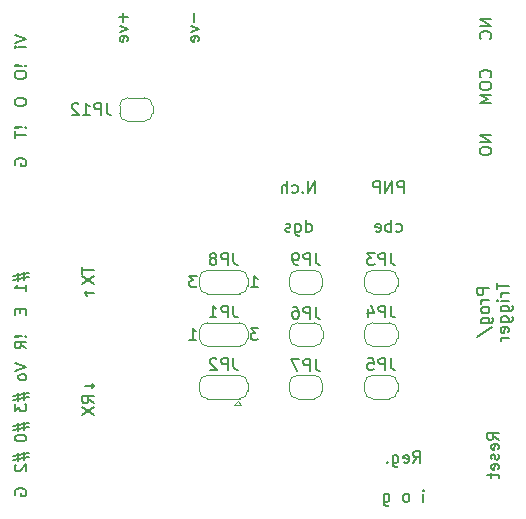
<source format=gbo>
G04 #@! TF.GenerationSoftware,KiCad,Pcbnew,(5.1.6-0-10_14)*
G04 #@! TF.CreationDate,2021-04-16T00:02:23+01:00*
G04 #@! TF.ProjectId,WiFive55,57694669-7665-4353-952e-6b696361645f,0.12*
G04 #@! TF.SameCoordinates,Original*
G04 #@! TF.FileFunction,Legend,Bot*
G04 #@! TF.FilePolarity,Positive*
%FSLAX46Y46*%
G04 Gerber Fmt 4.6, Leading zero omitted, Abs format (unit mm)*
G04 Created by KiCad (PCBNEW (5.1.6-0-10_14)) date 2021-04-16 00:02:23*
%MOMM*%
%LPD*%
G01*
G04 APERTURE LIST*
%ADD10C,0.150000*%
%ADD11C,0.120000*%
G04 APERTURE END LIST*
D10*
X134794523Y-91512380D02*
X135127857Y-91036190D01*
X135365952Y-91512380D02*
X135365952Y-90512380D01*
X134985000Y-90512380D01*
X134889761Y-90560000D01*
X134842142Y-90607619D01*
X134794523Y-90702857D01*
X134794523Y-90845714D01*
X134842142Y-90940952D01*
X134889761Y-90988571D01*
X134985000Y-91036190D01*
X135365952Y-91036190D01*
X133985000Y-91464761D02*
X134080238Y-91512380D01*
X134270714Y-91512380D01*
X134365952Y-91464761D01*
X134413571Y-91369523D01*
X134413571Y-90988571D01*
X134365952Y-90893333D01*
X134270714Y-90845714D01*
X134080238Y-90845714D01*
X133985000Y-90893333D01*
X133937380Y-90988571D01*
X133937380Y-91083809D01*
X134413571Y-91179047D01*
X133080238Y-90845714D02*
X133080238Y-91655238D01*
X133127857Y-91750476D01*
X133175476Y-91798095D01*
X133270714Y-91845714D01*
X133413571Y-91845714D01*
X133508809Y-91798095D01*
X133080238Y-91464761D02*
X133175476Y-91512380D01*
X133365952Y-91512380D01*
X133461190Y-91464761D01*
X133508809Y-91417142D01*
X133556428Y-91321904D01*
X133556428Y-91036190D01*
X133508809Y-90940952D01*
X133461190Y-90893333D01*
X133365952Y-90845714D01*
X133175476Y-90845714D01*
X133080238Y-90893333D01*
X132604047Y-91417142D02*
X132556428Y-91464761D01*
X132604047Y-91512380D01*
X132651666Y-91464761D01*
X132604047Y-91417142D01*
X132604047Y-91512380D01*
X135651666Y-94812380D02*
X135651666Y-94145714D01*
X135651666Y-93812380D02*
X135699285Y-93860000D01*
X135651666Y-93907619D01*
X135604047Y-93860000D01*
X135651666Y-93812380D01*
X135651666Y-93907619D01*
X134270714Y-94812380D02*
X134365952Y-94764761D01*
X134413571Y-94717142D01*
X134461190Y-94621904D01*
X134461190Y-94336190D01*
X134413571Y-94240952D01*
X134365952Y-94193333D01*
X134270714Y-94145714D01*
X134127857Y-94145714D01*
X134032619Y-94193333D01*
X133985000Y-94240952D01*
X133937380Y-94336190D01*
X133937380Y-94621904D01*
X133985000Y-94717142D01*
X134032619Y-94764761D01*
X134127857Y-94812380D01*
X134270714Y-94812380D01*
X132318333Y-94145714D02*
X132318333Y-94955238D01*
X132365952Y-95050476D01*
X132413571Y-95098095D01*
X132508809Y-95145714D01*
X132651666Y-95145714D01*
X132746904Y-95098095D01*
X132318333Y-94764761D02*
X132413571Y-94812380D01*
X132604047Y-94812380D01*
X132699285Y-94764761D01*
X132746904Y-94717142D01*
X132794523Y-94621904D01*
X132794523Y-94336190D01*
X132746904Y-94240952D01*
X132699285Y-94193333D01*
X132604047Y-94145714D01*
X132413571Y-94145714D01*
X132318333Y-94193333D01*
X116276428Y-53419523D02*
X116276428Y-54181428D01*
X115990714Y-54562380D02*
X116657380Y-54800476D01*
X115990714Y-55038571D01*
X116609761Y-55800476D02*
X116657380Y-55705238D01*
X116657380Y-55514761D01*
X116609761Y-55419523D01*
X116514523Y-55371904D01*
X116133571Y-55371904D01*
X116038333Y-55419523D01*
X115990714Y-55514761D01*
X115990714Y-55705238D01*
X116038333Y-55800476D01*
X116133571Y-55848095D01*
X116228809Y-55848095D01*
X116324047Y-55371904D01*
X110261428Y-53419523D02*
X110261428Y-54181428D01*
X110642380Y-53800476D02*
X109880476Y-53800476D01*
X109975714Y-54562380D02*
X110642380Y-54800476D01*
X109975714Y-55038571D01*
X110594761Y-55800476D02*
X110642380Y-55705238D01*
X110642380Y-55514761D01*
X110594761Y-55419523D01*
X110499523Y-55371904D01*
X110118571Y-55371904D01*
X110023333Y-55419523D01*
X109975714Y-55514761D01*
X109975714Y-55705238D01*
X110023333Y-55800476D01*
X110118571Y-55848095D01*
X110213809Y-55848095D01*
X110309047Y-55371904D01*
X126499761Y-68652380D02*
X126499761Y-67652380D01*
X125928333Y-68652380D01*
X125928333Y-67652380D01*
X125452142Y-68557142D02*
X125404523Y-68604761D01*
X125452142Y-68652380D01*
X125499761Y-68604761D01*
X125452142Y-68557142D01*
X125452142Y-68652380D01*
X124547380Y-68604761D02*
X124642619Y-68652380D01*
X124833095Y-68652380D01*
X124928333Y-68604761D01*
X124975952Y-68557142D01*
X125023571Y-68461904D01*
X125023571Y-68176190D01*
X124975952Y-68080952D01*
X124928333Y-68033333D01*
X124833095Y-67985714D01*
X124642619Y-67985714D01*
X124547380Y-68033333D01*
X124118809Y-68652380D02*
X124118809Y-67652380D01*
X123690238Y-68652380D02*
X123690238Y-68128571D01*
X123737857Y-68033333D01*
X123833095Y-67985714D01*
X123975952Y-67985714D01*
X124071190Y-68033333D01*
X124118809Y-68080952D01*
X125737857Y-71952380D02*
X125737857Y-70952380D01*
X125737857Y-71904761D02*
X125833095Y-71952380D01*
X126023571Y-71952380D01*
X126118809Y-71904761D01*
X126166428Y-71857142D01*
X126214047Y-71761904D01*
X126214047Y-71476190D01*
X126166428Y-71380952D01*
X126118809Y-71333333D01*
X126023571Y-71285714D01*
X125833095Y-71285714D01*
X125737857Y-71333333D01*
X124833095Y-71285714D02*
X124833095Y-72095238D01*
X124880714Y-72190476D01*
X124928333Y-72238095D01*
X125023571Y-72285714D01*
X125166428Y-72285714D01*
X125261666Y-72238095D01*
X124833095Y-71904761D02*
X124928333Y-71952380D01*
X125118809Y-71952380D01*
X125214047Y-71904761D01*
X125261666Y-71857142D01*
X125309285Y-71761904D01*
X125309285Y-71476190D01*
X125261666Y-71380952D01*
X125214047Y-71333333D01*
X125118809Y-71285714D01*
X124928333Y-71285714D01*
X124833095Y-71333333D01*
X124404523Y-71904761D02*
X124309285Y-71952380D01*
X124118809Y-71952380D01*
X124023571Y-71904761D01*
X123975952Y-71809523D01*
X123975952Y-71761904D01*
X124023571Y-71666666D01*
X124118809Y-71619047D01*
X124261666Y-71619047D01*
X124356904Y-71571428D01*
X124404523Y-71476190D01*
X124404523Y-71428571D01*
X124356904Y-71333333D01*
X124261666Y-71285714D01*
X124118809Y-71285714D01*
X124023571Y-71333333D01*
X134000714Y-68652380D02*
X134000714Y-67652380D01*
X133619761Y-67652380D01*
X133524523Y-67700000D01*
X133476904Y-67747619D01*
X133429285Y-67842857D01*
X133429285Y-67985714D01*
X133476904Y-68080952D01*
X133524523Y-68128571D01*
X133619761Y-68176190D01*
X134000714Y-68176190D01*
X133000714Y-68652380D02*
X133000714Y-67652380D01*
X132429285Y-68652380D01*
X132429285Y-67652380D01*
X131953095Y-68652380D02*
X131953095Y-67652380D01*
X131572142Y-67652380D01*
X131476904Y-67700000D01*
X131429285Y-67747619D01*
X131381666Y-67842857D01*
X131381666Y-67985714D01*
X131429285Y-68080952D01*
X131476904Y-68128571D01*
X131572142Y-68176190D01*
X131953095Y-68176190D01*
X133357857Y-71904761D02*
X133453095Y-71952380D01*
X133643571Y-71952380D01*
X133738809Y-71904761D01*
X133786428Y-71857142D01*
X133834047Y-71761904D01*
X133834047Y-71476190D01*
X133786428Y-71380952D01*
X133738809Y-71333333D01*
X133643571Y-71285714D01*
X133453095Y-71285714D01*
X133357857Y-71333333D01*
X132929285Y-71952380D02*
X132929285Y-70952380D01*
X132929285Y-71333333D02*
X132834047Y-71285714D01*
X132643571Y-71285714D01*
X132548333Y-71333333D01*
X132500714Y-71380952D01*
X132453095Y-71476190D01*
X132453095Y-71761904D01*
X132500714Y-71857142D01*
X132548333Y-71904761D01*
X132643571Y-71952380D01*
X132834047Y-71952380D01*
X132929285Y-71904761D01*
X131643571Y-71904761D02*
X131738809Y-71952380D01*
X131929285Y-71952380D01*
X132024523Y-71904761D01*
X132072142Y-71809523D01*
X132072142Y-71428571D01*
X132024523Y-71333333D01*
X131929285Y-71285714D01*
X131738809Y-71285714D01*
X131643571Y-71333333D01*
X131595952Y-71428571D01*
X131595952Y-71523809D01*
X132072142Y-71619047D01*
X106767380Y-74919047D02*
X106767380Y-75490476D01*
X107767380Y-75204761D02*
X106767380Y-75204761D01*
X106767380Y-75728571D02*
X107767380Y-76395238D01*
X106767380Y-76395238D02*
X107767380Y-75728571D01*
X107767380Y-77157142D02*
X107005476Y-77157142D01*
X107195952Y-76966666D02*
X107005476Y-77157142D01*
X107195952Y-77347619D01*
X107005476Y-85023809D02*
X107767380Y-85023809D01*
X107576904Y-85214285D02*
X107767380Y-85023809D01*
X107576904Y-84833333D01*
X107767380Y-86452380D02*
X107291190Y-86119047D01*
X107767380Y-85880952D02*
X106767380Y-85880952D01*
X106767380Y-86261904D01*
X106815000Y-86357142D01*
X106862619Y-86404761D01*
X106957857Y-86452380D01*
X107100714Y-86452380D01*
X107195952Y-86404761D01*
X107243571Y-86357142D01*
X107291190Y-86261904D01*
X107291190Y-85880952D01*
X106767380Y-86785714D02*
X107767380Y-87452380D01*
X106767380Y-87452380D02*
X107767380Y-86785714D01*
X101052380Y-55308571D02*
X102052380Y-55641904D01*
X101052380Y-55975238D01*
X102052380Y-56308571D02*
X101385714Y-56308571D01*
X101052380Y-56308571D02*
X101100000Y-56260952D01*
X101147619Y-56308571D01*
X101100000Y-56356190D01*
X101052380Y-56308571D01*
X101147619Y-56308571D01*
X101957142Y-57896190D02*
X102004761Y-57943809D01*
X102052380Y-57896190D01*
X102004761Y-57848571D01*
X101957142Y-57896190D01*
X102052380Y-57896190D01*
X101671428Y-57896190D02*
X101100000Y-57848571D01*
X101052380Y-57896190D01*
X101100000Y-57943809D01*
X101671428Y-57896190D01*
X101052380Y-57896190D01*
X101052380Y-58562857D02*
X101052380Y-58753333D01*
X101100000Y-58848571D01*
X101195238Y-58943809D01*
X101385714Y-58991428D01*
X101719047Y-58991428D01*
X101909523Y-58943809D01*
X102004761Y-58848571D01*
X102052380Y-58753333D01*
X102052380Y-58562857D01*
X102004761Y-58467619D01*
X101909523Y-58372380D01*
X101719047Y-58324761D01*
X101385714Y-58324761D01*
X101195238Y-58372380D01*
X101100000Y-58467619D01*
X101052380Y-58562857D01*
X101052380Y-60864761D02*
X101052380Y-61055238D01*
X101100000Y-61150476D01*
X101195238Y-61245714D01*
X101385714Y-61293333D01*
X101719047Y-61293333D01*
X101909523Y-61245714D01*
X102004761Y-61150476D01*
X102052380Y-61055238D01*
X102052380Y-60864761D01*
X102004761Y-60769523D01*
X101909523Y-60674285D01*
X101719047Y-60626666D01*
X101385714Y-60626666D01*
X101195238Y-60674285D01*
X101100000Y-60769523D01*
X101052380Y-60864761D01*
X101957142Y-63119047D02*
X102004761Y-63166666D01*
X102052380Y-63119047D01*
X102004761Y-63071428D01*
X101957142Y-63119047D01*
X102052380Y-63119047D01*
X101671428Y-63119047D02*
X101100000Y-63071428D01*
X101052380Y-63119047D01*
X101100000Y-63166666D01*
X101671428Y-63119047D01*
X101052380Y-63119047D01*
X101052380Y-63452380D02*
X101052380Y-64023809D01*
X102052380Y-63738095D02*
X101052380Y-63738095D01*
X101100000Y-66301904D02*
X101052380Y-66206666D01*
X101052380Y-66063809D01*
X101100000Y-65920952D01*
X101195238Y-65825714D01*
X101290476Y-65778095D01*
X101480952Y-65730476D01*
X101623809Y-65730476D01*
X101814285Y-65778095D01*
X101909523Y-65825714D01*
X102004761Y-65920952D01*
X102052380Y-66063809D01*
X102052380Y-66159047D01*
X102004761Y-66301904D01*
X101957142Y-66349523D01*
X101623809Y-66349523D01*
X101623809Y-66159047D01*
X101385714Y-75414285D02*
X101385714Y-76128571D01*
X100957142Y-75700000D02*
X102242857Y-75414285D01*
X101814285Y-76033333D02*
X101814285Y-75319047D01*
X102242857Y-75747619D02*
X100957142Y-76033333D01*
X102052380Y-76985714D02*
X102052380Y-76414285D01*
X102052380Y-76700000D02*
X101052380Y-76700000D01*
X101195238Y-76604761D01*
X101290476Y-76509523D01*
X101338095Y-76414285D01*
X101528571Y-78525714D02*
X101528571Y-78859047D01*
X102052380Y-79001904D02*
X102052380Y-78525714D01*
X101052380Y-78525714D01*
X101052380Y-79001904D01*
X101957142Y-80780000D02*
X102004761Y-80827619D01*
X102052380Y-80780000D01*
X102004761Y-80732380D01*
X101957142Y-80780000D01*
X102052380Y-80780000D01*
X101671428Y-80780000D02*
X101100000Y-80732380D01*
X101052380Y-80780000D01*
X101100000Y-80827619D01*
X101671428Y-80780000D01*
X101052380Y-80780000D01*
X102052380Y-81827619D02*
X101576190Y-81494285D01*
X102052380Y-81256190D02*
X101052380Y-81256190D01*
X101052380Y-81637142D01*
X101100000Y-81732380D01*
X101147619Y-81780000D01*
X101242857Y-81827619D01*
X101385714Y-81827619D01*
X101480952Y-81780000D01*
X101528571Y-81732380D01*
X101576190Y-81637142D01*
X101576190Y-81256190D01*
X101052380Y-83034285D02*
X102052380Y-83367619D01*
X101052380Y-83700952D01*
X102052380Y-84177142D02*
X102004761Y-84081904D01*
X101957142Y-84034285D01*
X101861904Y-83986666D01*
X101576190Y-83986666D01*
X101480952Y-84034285D01*
X101433333Y-84081904D01*
X101385714Y-84177142D01*
X101385714Y-84320000D01*
X101433333Y-84415238D01*
X101480952Y-84462857D01*
X101576190Y-84510476D01*
X101861904Y-84510476D01*
X101957142Y-84462857D01*
X102004761Y-84415238D01*
X102052380Y-84320000D01*
X102052380Y-84177142D01*
X101385714Y-85574285D02*
X101385714Y-86288571D01*
X100957142Y-85860000D02*
X102242857Y-85574285D01*
X101814285Y-86193333D02*
X101814285Y-85479047D01*
X102242857Y-85907619D02*
X100957142Y-86193333D01*
X101052380Y-86526666D02*
X101052380Y-87145714D01*
X101433333Y-86812380D01*
X101433333Y-86955238D01*
X101480952Y-87050476D01*
X101528571Y-87098095D01*
X101623809Y-87145714D01*
X101861904Y-87145714D01*
X101957142Y-87098095D01*
X102004761Y-87050476D01*
X102052380Y-86955238D01*
X102052380Y-86669523D01*
X102004761Y-86574285D01*
X101957142Y-86526666D01*
X101385714Y-88114285D02*
X101385714Y-88828571D01*
X100957142Y-88400000D02*
X102242857Y-88114285D01*
X101814285Y-88733333D02*
X101814285Y-88019047D01*
X102242857Y-88447619D02*
X100957142Y-88733333D01*
X101052380Y-89352380D02*
X101052380Y-89447619D01*
X101100000Y-89542857D01*
X101147619Y-89590476D01*
X101242857Y-89638095D01*
X101433333Y-89685714D01*
X101671428Y-89685714D01*
X101861904Y-89638095D01*
X101957142Y-89590476D01*
X102004761Y-89542857D01*
X102052380Y-89447619D01*
X102052380Y-89352380D01*
X102004761Y-89257142D01*
X101957142Y-89209523D01*
X101861904Y-89161904D01*
X101671428Y-89114285D01*
X101433333Y-89114285D01*
X101242857Y-89161904D01*
X101147619Y-89209523D01*
X101100000Y-89257142D01*
X101052380Y-89352380D01*
X101385714Y-90654285D02*
X101385714Y-91368571D01*
X100957142Y-90940000D02*
X102242857Y-90654285D01*
X101814285Y-91273333D02*
X101814285Y-90559047D01*
X102242857Y-90987619D02*
X100957142Y-91273333D01*
X101147619Y-91654285D02*
X101100000Y-91701904D01*
X101052380Y-91797142D01*
X101052380Y-92035238D01*
X101100000Y-92130476D01*
X101147619Y-92178095D01*
X101242857Y-92225714D01*
X101338095Y-92225714D01*
X101480952Y-92178095D01*
X102052380Y-91606666D01*
X102052380Y-92225714D01*
X101100000Y-94241904D02*
X101052380Y-94146666D01*
X101052380Y-94003809D01*
X101100000Y-93860952D01*
X101195238Y-93765714D01*
X101290476Y-93718095D01*
X101480952Y-93670476D01*
X101623809Y-93670476D01*
X101814285Y-93718095D01*
X101909523Y-93765714D01*
X102004761Y-93860952D01*
X102052380Y-94003809D01*
X102052380Y-94099047D01*
X102004761Y-94241904D01*
X101957142Y-94289523D01*
X101623809Y-94289523D01*
X101623809Y-94099047D01*
X141232380Y-76740000D02*
X140232380Y-76740000D01*
X140232380Y-77120952D01*
X140280000Y-77216190D01*
X140327619Y-77263809D01*
X140422857Y-77311428D01*
X140565714Y-77311428D01*
X140660952Y-77263809D01*
X140708571Y-77216190D01*
X140756190Y-77120952D01*
X140756190Y-76740000D01*
X141232380Y-77740000D02*
X140565714Y-77740000D01*
X140756190Y-77740000D02*
X140660952Y-77787619D01*
X140613333Y-77835238D01*
X140565714Y-77930476D01*
X140565714Y-78025714D01*
X141232380Y-78501904D02*
X141184761Y-78406666D01*
X141137142Y-78359047D01*
X141041904Y-78311428D01*
X140756190Y-78311428D01*
X140660952Y-78359047D01*
X140613333Y-78406666D01*
X140565714Y-78501904D01*
X140565714Y-78644761D01*
X140613333Y-78740000D01*
X140660952Y-78787619D01*
X140756190Y-78835238D01*
X141041904Y-78835238D01*
X141137142Y-78787619D01*
X141184761Y-78740000D01*
X141232380Y-78644761D01*
X141232380Y-78501904D01*
X140565714Y-79692380D02*
X141375238Y-79692380D01*
X141470476Y-79644761D01*
X141518095Y-79597142D01*
X141565714Y-79501904D01*
X141565714Y-79359047D01*
X141518095Y-79263809D01*
X141184761Y-79692380D02*
X141232380Y-79597142D01*
X141232380Y-79406666D01*
X141184761Y-79311428D01*
X141137142Y-79263809D01*
X141041904Y-79216190D01*
X140756190Y-79216190D01*
X140660952Y-79263809D01*
X140613333Y-79311428D01*
X140565714Y-79406666D01*
X140565714Y-79597142D01*
X140613333Y-79692380D01*
X140184761Y-80882857D02*
X141470476Y-80025714D01*
X141882380Y-76263809D02*
X141882380Y-76835238D01*
X142882380Y-76549523D02*
X141882380Y-76549523D01*
X142882380Y-77168571D02*
X142215714Y-77168571D01*
X142406190Y-77168571D02*
X142310952Y-77216190D01*
X142263333Y-77263809D01*
X142215714Y-77359047D01*
X142215714Y-77454285D01*
X142882380Y-77787619D02*
X142215714Y-77787619D01*
X141882380Y-77787619D02*
X141930000Y-77740000D01*
X141977619Y-77787619D01*
X141930000Y-77835238D01*
X141882380Y-77787619D01*
X141977619Y-77787619D01*
X142215714Y-78692380D02*
X143025238Y-78692380D01*
X143120476Y-78644761D01*
X143168095Y-78597142D01*
X143215714Y-78501904D01*
X143215714Y-78359047D01*
X143168095Y-78263809D01*
X142834761Y-78692380D02*
X142882380Y-78597142D01*
X142882380Y-78406666D01*
X142834761Y-78311428D01*
X142787142Y-78263809D01*
X142691904Y-78216190D01*
X142406190Y-78216190D01*
X142310952Y-78263809D01*
X142263333Y-78311428D01*
X142215714Y-78406666D01*
X142215714Y-78597142D01*
X142263333Y-78692380D01*
X142215714Y-79597142D02*
X143025238Y-79597142D01*
X143120476Y-79549523D01*
X143168095Y-79501904D01*
X143215714Y-79406666D01*
X143215714Y-79263809D01*
X143168095Y-79168571D01*
X142834761Y-79597142D02*
X142882380Y-79501904D01*
X142882380Y-79311428D01*
X142834761Y-79216190D01*
X142787142Y-79168571D01*
X142691904Y-79120952D01*
X142406190Y-79120952D01*
X142310952Y-79168571D01*
X142263333Y-79216190D01*
X142215714Y-79311428D01*
X142215714Y-79501904D01*
X142263333Y-79597142D01*
X142834761Y-80454285D02*
X142882380Y-80359047D01*
X142882380Y-80168571D01*
X142834761Y-80073333D01*
X142739523Y-80025714D01*
X142358571Y-80025714D01*
X142263333Y-80073333D01*
X142215714Y-80168571D01*
X142215714Y-80359047D01*
X142263333Y-80454285D01*
X142358571Y-80501904D01*
X142453809Y-80501904D01*
X142549047Y-80025714D01*
X142882380Y-80930476D02*
X142215714Y-80930476D01*
X142406190Y-80930476D02*
X142310952Y-80978095D01*
X142263333Y-81025714D01*
X142215714Y-81120952D01*
X142215714Y-81216190D01*
X142057380Y-89566904D02*
X141581190Y-89233571D01*
X142057380Y-88995476D02*
X141057380Y-88995476D01*
X141057380Y-89376428D01*
X141105000Y-89471666D01*
X141152619Y-89519285D01*
X141247857Y-89566904D01*
X141390714Y-89566904D01*
X141485952Y-89519285D01*
X141533571Y-89471666D01*
X141581190Y-89376428D01*
X141581190Y-88995476D01*
X142009761Y-90376428D02*
X142057380Y-90281190D01*
X142057380Y-90090714D01*
X142009761Y-89995476D01*
X141914523Y-89947857D01*
X141533571Y-89947857D01*
X141438333Y-89995476D01*
X141390714Y-90090714D01*
X141390714Y-90281190D01*
X141438333Y-90376428D01*
X141533571Y-90424047D01*
X141628809Y-90424047D01*
X141724047Y-89947857D01*
X142009761Y-90805000D02*
X142057380Y-90900238D01*
X142057380Y-91090714D01*
X142009761Y-91185952D01*
X141914523Y-91233571D01*
X141866904Y-91233571D01*
X141771666Y-91185952D01*
X141724047Y-91090714D01*
X141724047Y-90947857D01*
X141676428Y-90852619D01*
X141581190Y-90805000D01*
X141533571Y-90805000D01*
X141438333Y-90852619D01*
X141390714Y-90947857D01*
X141390714Y-91090714D01*
X141438333Y-91185952D01*
X142009761Y-92043095D02*
X142057380Y-91947857D01*
X142057380Y-91757380D01*
X142009761Y-91662142D01*
X141914523Y-91614523D01*
X141533571Y-91614523D01*
X141438333Y-91662142D01*
X141390714Y-91757380D01*
X141390714Y-91947857D01*
X141438333Y-92043095D01*
X141533571Y-92090714D01*
X141628809Y-92090714D01*
X141724047Y-91614523D01*
X141390714Y-92376428D02*
X141390714Y-92757380D01*
X141057380Y-92519285D02*
X141914523Y-92519285D01*
X142009761Y-92566904D01*
X142057380Y-92662142D01*
X142057380Y-92757380D01*
X141422380Y-53975714D02*
X140422380Y-53975714D01*
X141422380Y-54547142D01*
X140422380Y-54547142D01*
X141327142Y-55594761D02*
X141374761Y-55547142D01*
X141422380Y-55404285D01*
X141422380Y-55309047D01*
X141374761Y-55166190D01*
X141279523Y-55070952D01*
X141184285Y-55023333D01*
X140993809Y-54975714D01*
X140850952Y-54975714D01*
X140660476Y-55023333D01*
X140565238Y-55070952D01*
X140470000Y-55166190D01*
X140422380Y-55309047D01*
X140422380Y-55404285D01*
X140470000Y-55547142D01*
X140517619Y-55594761D01*
X141327142Y-58880476D02*
X141374761Y-58832857D01*
X141422380Y-58690000D01*
X141422380Y-58594761D01*
X141374761Y-58451904D01*
X141279523Y-58356666D01*
X141184285Y-58309047D01*
X140993809Y-58261428D01*
X140850952Y-58261428D01*
X140660476Y-58309047D01*
X140565238Y-58356666D01*
X140470000Y-58451904D01*
X140422380Y-58594761D01*
X140422380Y-58690000D01*
X140470000Y-58832857D01*
X140517619Y-58880476D01*
X140422380Y-59499523D02*
X140422380Y-59690000D01*
X140470000Y-59785238D01*
X140565238Y-59880476D01*
X140755714Y-59928095D01*
X141089047Y-59928095D01*
X141279523Y-59880476D01*
X141374761Y-59785238D01*
X141422380Y-59690000D01*
X141422380Y-59499523D01*
X141374761Y-59404285D01*
X141279523Y-59309047D01*
X141089047Y-59261428D01*
X140755714Y-59261428D01*
X140565238Y-59309047D01*
X140470000Y-59404285D01*
X140422380Y-59499523D01*
X141422380Y-60356666D02*
X140422380Y-60356666D01*
X141136666Y-60690000D01*
X140422380Y-61023333D01*
X141422380Y-61023333D01*
X141422380Y-63785238D02*
X140422380Y-63785238D01*
X141422380Y-64356666D01*
X140422380Y-64356666D01*
X140422380Y-65023333D02*
X140422380Y-65213809D01*
X140470000Y-65309047D01*
X140565238Y-65404285D01*
X140755714Y-65451904D01*
X141089047Y-65451904D01*
X141279523Y-65404285D01*
X141374761Y-65309047D01*
X141422380Y-65213809D01*
X141422380Y-65023333D01*
X141374761Y-64928095D01*
X141279523Y-64832857D01*
X141089047Y-64785238D01*
X140755714Y-64785238D01*
X140565238Y-64832857D01*
X140470000Y-64928095D01*
X140422380Y-65023333D01*
D11*
X112740000Y-61895000D02*
X112740000Y-61295000D01*
X110640000Y-62595000D02*
X112040000Y-62595000D01*
X109940000Y-61295000D02*
X109940000Y-61895000D01*
X112040000Y-60595000D02*
X110640000Y-60595000D01*
X112740000Y-61295000D02*
G75*
G03*
X112040000Y-60595000I-700000J0D01*
G01*
X112040000Y-62595000D02*
G75*
G03*
X112740000Y-61895000I0J700000D01*
G01*
X109940000Y-61895000D02*
G75*
G03*
X110640000Y-62595000I700000J0D01*
G01*
X110640000Y-60595000D02*
G75*
G03*
X109940000Y-61295000I0J-700000D01*
G01*
X125015000Y-77200000D02*
X126415000Y-77200000D01*
X127115000Y-76500000D02*
X127115000Y-75900000D01*
X126415000Y-75200000D02*
X125015000Y-75200000D01*
X124315000Y-75900000D02*
X124315000Y-76500000D01*
X124315000Y-76500000D02*
G75*
G03*
X125015000Y-77200000I700000J0D01*
G01*
X125015000Y-75200000D02*
G75*
G03*
X124315000Y-75900000I0J-700000D01*
G01*
X127115000Y-75900000D02*
G75*
G03*
X126415000Y-75200000I-700000J0D01*
G01*
X126415000Y-77200000D02*
G75*
G03*
X127115000Y-76500000I0J700000D01*
G01*
X126415000Y-84090000D02*
X125015000Y-84090000D01*
X124315000Y-84790000D02*
X124315000Y-85390000D01*
X125015000Y-86090000D02*
X126415000Y-86090000D01*
X127115000Y-85390000D02*
X127115000Y-84790000D01*
X127115000Y-84790000D02*
G75*
G03*
X126415000Y-84090000I-700000J0D01*
G01*
X126415000Y-86090000D02*
G75*
G03*
X127115000Y-85390000I0J700000D01*
G01*
X124315000Y-85390000D02*
G75*
G03*
X125015000Y-86090000I700000J0D01*
G01*
X125015000Y-84090000D02*
G75*
G03*
X124315000Y-84790000I0J-700000D01*
G01*
X126430000Y-79645000D02*
X125030000Y-79645000D01*
X124330000Y-80345000D02*
X124330000Y-80945000D01*
X125030000Y-81645000D02*
X126430000Y-81645000D01*
X127130000Y-80945000D02*
X127130000Y-80345000D01*
X127130000Y-80345000D02*
G75*
G03*
X126430000Y-79645000I-700000J0D01*
G01*
X126430000Y-81645000D02*
G75*
G03*
X127130000Y-80945000I0J700000D01*
G01*
X124330000Y-80945000D02*
G75*
G03*
X125030000Y-81645000I700000J0D01*
G01*
X125030000Y-79645000D02*
G75*
G03*
X124330000Y-80345000I0J-700000D01*
G01*
X131380000Y-81645000D02*
X132780000Y-81645000D01*
X133480000Y-80945000D02*
X133480000Y-80345000D01*
X132780000Y-79645000D02*
X131380000Y-79645000D01*
X130680000Y-80345000D02*
X130680000Y-80945000D01*
X130680000Y-80945000D02*
G75*
G03*
X131380000Y-81645000I700000J0D01*
G01*
X131380000Y-79645000D02*
G75*
G03*
X130680000Y-80345000I0J-700000D01*
G01*
X133480000Y-80345000D02*
G75*
G03*
X132780000Y-79645000I-700000J0D01*
G01*
X132780000Y-81645000D02*
G75*
G03*
X133480000Y-80945000I0J700000D01*
G01*
X131380000Y-77200000D02*
X132780000Y-77200000D01*
X133480000Y-76500000D02*
X133480000Y-75900000D01*
X132780000Y-75200000D02*
X131380000Y-75200000D01*
X130680000Y-75900000D02*
X130680000Y-76500000D01*
X130680000Y-76500000D02*
G75*
G03*
X131380000Y-77200000I700000J0D01*
G01*
X131380000Y-75200000D02*
G75*
G03*
X130680000Y-75900000I0J-700000D01*
G01*
X133480000Y-75900000D02*
G75*
G03*
X132780000Y-75200000I-700000J0D01*
G01*
X132780000Y-77200000D02*
G75*
G03*
X133480000Y-76500000I0J700000D01*
G01*
X120145000Y-84090000D02*
X117345000Y-84090000D01*
X116695000Y-84790000D02*
X116695000Y-85390000D01*
X117345000Y-86090000D02*
X120145000Y-86090000D01*
X120795000Y-85390000D02*
X120795000Y-84790000D01*
X119945000Y-86290000D02*
X120245000Y-86590000D01*
X120245000Y-86590000D02*
X119645000Y-86590000D01*
X119945000Y-86290000D02*
X119645000Y-86590000D01*
X120795000Y-84790000D02*
G75*
G03*
X120095000Y-84090000I-700000J0D01*
G01*
X120095000Y-86090000D02*
G75*
G03*
X120795000Y-85390000I0J700000D01*
G01*
X116695000Y-85390000D02*
G75*
G03*
X117395000Y-86090000I700000J0D01*
G01*
X117395000Y-84090000D02*
G75*
G03*
X116695000Y-84790000I0J-700000D01*
G01*
X116695000Y-80345000D02*
X116695000Y-80945000D01*
X120145000Y-79645000D02*
X117345000Y-79645000D01*
X120795000Y-80945000D02*
X120795000Y-80345000D01*
X117345000Y-81645000D02*
X120145000Y-81645000D01*
X116695000Y-80945000D02*
G75*
G03*
X117395000Y-81645000I700000J0D01*
G01*
X117395000Y-79645000D02*
G75*
G03*
X116695000Y-80345000I0J-700000D01*
G01*
X120795000Y-80345000D02*
G75*
G03*
X120095000Y-79645000I-700000J0D01*
G01*
X120095000Y-81645000D02*
G75*
G03*
X120795000Y-80945000I0J700000D01*
G01*
X120795000Y-76500000D02*
X120795000Y-75900000D01*
X117345000Y-77200000D02*
X120145000Y-77200000D01*
X116695000Y-75900000D02*
X116695000Y-76500000D01*
X120145000Y-75200000D02*
X117345000Y-75200000D01*
X120795000Y-75900000D02*
G75*
G03*
X120095000Y-75200000I-700000J0D01*
G01*
X120095000Y-77200000D02*
G75*
G03*
X120795000Y-76500000I0J700000D01*
G01*
X116695000Y-76500000D02*
G75*
G03*
X117395000Y-77200000I700000J0D01*
G01*
X117395000Y-75200000D02*
G75*
G03*
X116695000Y-75900000I0J-700000D01*
G01*
X133480000Y-85390000D02*
X133480000Y-84790000D01*
X131380000Y-86090000D02*
X132780000Y-86090000D01*
X130680000Y-84790000D02*
X130680000Y-85390000D01*
X132780000Y-84090000D02*
X131380000Y-84090000D01*
X133480000Y-84790000D02*
G75*
G03*
X132780000Y-84090000I-700000J0D01*
G01*
X132780000Y-86090000D02*
G75*
G03*
X133480000Y-85390000I0J700000D01*
G01*
X130680000Y-85390000D02*
G75*
G03*
X131380000Y-86090000I700000J0D01*
G01*
X131380000Y-84090000D02*
G75*
G03*
X130680000Y-84790000I0J-700000D01*
G01*
D10*
X108839523Y-61047380D02*
X108839523Y-61761666D01*
X108887142Y-61904523D01*
X108982380Y-61999761D01*
X109125238Y-62047380D01*
X109220476Y-62047380D01*
X108363333Y-62047380D02*
X108363333Y-61047380D01*
X107982380Y-61047380D01*
X107887142Y-61095000D01*
X107839523Y-61142619D01*
X107791904Y-61237857D01*
X107791904Y-61380714D01*
X107839523Y-61475952D01*
X107887142Y-61523571D01*
X107982380Y-61571190D01*
X108363333Y-61571190D01*
X106839523Y-62047380D02*
X107410952Y-62047380D01*
X107125238Y-62047380D02*
X107125238Y-61047380D01*
X107220476Y-61190238D01*
X107315714Y-61285476D01*
X107410952Y-61333095D01*
X106458571Y-61142619D02*
X106410952Y-61095000D01*
X106315714Y-61047380D01*
X106077619Y-61047380D01*
X105982380Y-61095000D01*
X105934761Y-61142619D01*
X105887142Y-61237857D01*
X105887142Y-61333095D01*
X105934761Y-61475952D01*
X106506190Y-62047380D01*
X105887142Y-62047380D01*
X126563333Y-73747380D02*
X126563333Y-74461666D01*
X126610952Y-74604523D01*
X126706190Y-74699761D01*
X126849047Y-74747380D01*
X126944285Y-74747380D01*
X126087142Y-74747380D02*
X126087142Y-73747380D01*
X125706190Y-73747380D01*
X125610952Y-73795000D01*
X125563333Y-73842619D01*
X125515714Y-73937857D01*
X125515714Y-74080714D01*
X125563333Y-74175952D01*
X125610952Y-74223571D01*
X125706190Y-74271190D01*
X126087142Y-74271190D01*
X125039523Y-74747380D02*
X124849047Y-74747380D01*
X124753809Y-74699761D01*
X124706190Y-74652142D01*
X124610952Y-74509285D01*
X124563333Y-74318809D01*
X124563333Y-73937857D01*
X124610952Y-73842619D01*
X124658571Y-73795000D01*
X124753809Y-73747380D01*
X124944285Y-73747380D01*
X125039523Y-73795000D01*
X125087142Y-73842619D01*
X125134761Y-73937857D01*
X125134761Y-74175952D01*
X125087142Y-74271190D01*
X125039523Y-74318809D01*
X124944285Y-74366428D01*
X124753809Y-74366428D01*
X124658571Y-74318809D01*
X124610952Y-74271190D01*
X124563333Y-74175952D01*
X126548333Y-82742380D02*
X126548333Y-83456666D01*
X126595952Y-83599523D01*
X126691190Y-83694761D01*
X126834047Y-83742380D01*
X126929285Y-83742380D01*
X126072142Y-83742380D02*
X126072142Y-82742380D01*
X125691190Y-82742380D01*
X125595952Y-82790000D01*
X125548333Y-82837619D01*
X125500714Y-82932857D01*
X125500714Y-83075714D01*
X125548333Y-83170952D01*
X125595952Y-83218571D01*
X125691190Y-83266190D01*
X126072142Y-83266190D01*
X125167380Y-82742380D02*
X124500714Y-82742380D01*
X124929285Y-83742380D01*
X126563333Y-78297380D02*
X126563333Y-79011666D01*
X126610952Y-79154523D01*
X126706190Y-79249761D01*
X126849047Y-79297380D01*
X126944285Y-79297380D01*
X126087142Y-79297380D02*
X126087142Y-78297380D01*
X125706190Y-78297380D01*
X125610952Y-78345000D01*
X125563333Y-78392619D01*
X125515714Y-78487857D01*
X125515714Y-78630714D01*
X125563333Y-78725952D01*
X125610952Y-78773571D01*
X125706190Y-78821190D01*
X126087142Y-78821190D01*
X124658571Y-78297380D02*
X124849047Y-78297380D01*
X124944285Y-78345000D01*
X124991904Y-78392619D01*
X125087142Y-78535476D01*
X125134761Y-78725952D01*
X125134761Y-79106904D01*
X125087142Y-79202142D01*
X125039523Y-79249761D01*
X124944285Y-79297380D01*
X124753809Y-79297380D01*
X124658571Y-79249761D01*
X124610952Y-79202142D01*
X124563333Y-79106904D01*
X124563333Y-78868809D01*
X124610952Y-78773571D01*
X124658571Y-78725952D01*
X124753809Y-78678333D01*
X124944285Y-78678333D01*
X125039523Y-78725952D01*
X125087142Y-78773571D01*
X125134761Y-78868809D01*
X132913333Y-78192380D02*
X132913333Y-78906666D01*
X132960952Y-79049523D01*
X133056190Y-79144761D01*
X133199047Y-79192380D01*
X133294285Y-79192380D01*
X132437142Y-79192380D02*
X132437142Y-78192380D01*
X132056190Y-78192380D01*
X131960952Y-78240000D01*
X131913333Y-78287619D01*
X131865714Y-78382857D01*
X131865714Y-78525714D01*
X131913333Y-78620952D01*
X131960952Y-78668571D01*
X132056190Y-78716190D01*
X132437142Y-78716190D01*
X131008571Y-78525714D02*
X131008571Y-79192380D01*
X131246666Y-78144761D02*
X131484761Y-78859047D01*
X130865714Y-78859047D01*
X132913333Y-73747380D02*
X132913333Y-74461666D01*
X132960952Y-74604523D01*
X133056190Y-74699761D01*
X133199047Y-74747380D01*
X133294285Y-74747380D01*
X132437142Y-74747380D02*
X132437142Y-73747380D01*
X132056190Y-73747380D01*
X131960952Y-73795000D01*
X131913333Y-73842619D01*
X131865714Y-73937857D01*
X131865714Y-74080714D01*
X131913333Y-74175952D01*
X131960952Y-74223571D01*
X132056190Y-74271190D01*
X132437142Y-74271190D01*
X131532380Y-73747380D02*
X130913333Y-73747380D01*
X131246666Y-74128333D01*
X131103809Y-74128333D01*
X131008571Y-74175952D01*
X130960952Y-74223571D01*
X130913333Y-74318809D01*
X130913333Y-74556904D01*
X130960952Y-74652142D01*
X131008571Y-74699761D01*
X131103809Y-74747380D01*
X131389523Y-74747380D01*
X131484761Y-74699761D01*
X131532380Y-74652142D01*
X119578333Y-82637380D02*
X119578333Y-83351666D01*
X119625952Y-83494523D01*
X119721190Y-83589761D01*
X119864047Y-83637380D01*
X119959285Y-83637380D01*
X119102142Y-83637380D02*
X119102142Y-82637380D01*
X118721190Y-82637380D01*
X118625952Y-82685000D01*
X118578333Y-82732619D01*
X118530714Y-82827857D01*
X118530714Y-82970714D01*
X118578333Y-83065952D01*
X118625952Y-83113571D01*
X118721190Y-83161190D01*
X119102142Y-83161190D01*
X118149761Y-82732619D02*
X118102142Y-82685000D01*
X118006904Y-82637380D01*
X117768809Y-82637380D01*
X117673571Y-82685000D01*
X117625952Y-82732619D01*
X117578333Y-82827857D01*
X117578333Y-82923095D01*
X117625952Y-83065952D01*
X118197380Y-83637380D01*
X117578333Y-83637380D01*
X119578333Y-78192380D02*
X119578333Y-78906666D01*
X119625952Y-79049523D01*
X119721190Y-79144761D01*
X119864047Y-79192380D01*
X119959285Y-79192380D01*
X119102142Y-79192380D02*
X119102142Y-78192380D01*
X118721190Y-78192380D01*
X118625952Y-78240000D01*
X118578333Y-78287619D01*
X118530714Y-78382857D01*
X118530714Y-78525714D01*
X118578333Y-78620952D01*
X118625952Y-78668571D01*
X118721190Y-78716190D01*
X119102142Y-78716190D01*
X117578333Y-79192380D02*
X118149761Y-79192380D01*
X117864047Y-79192380D02*
X117864047Y-78192380D01*
X117959285Y-78335238D01*
X118054523Y-78430476D01*
X118149761Y-78478095D01*
X115859285Y-81097380D02*
X116430714Y-81097380D01*
X116145000Y-81097380D02*
X116145000Y-80097380D01*
X116240238Y-80240238D01*
X116335476Y-80335476D01*
X116430714Y-80383095D01*
X121678333Y-80097380D02*
X121059285Y-80097380D01*
X121392619Y-80478333D01*
X121249761Y-80478333D01*
X121154523Y-80525952D01*
X121106904Y-80573571D01*
X121059285Y-80668809D01*
X121059285Y-80906904D01*
X121106904Y-81002142D01*
X121154523Y-81049761D01*
X121249761Y-81097380D01*
X121535476Y-81097380D01*
X121630714Y-81049761D01*
X121678333Y-81002142D01*
X119578333Y-73747380D02*
X119578333Y-74461666D01*
X119625952Y-74604523D01*
X119721190Y-74699761D01*
X119864047Y-74747380D01*
X119959285Y-74747380D01*
X119102142Y-74747380D02*
X119102142Y-73747380D01*
X118721190Y-73747380D01*
X118625952Y-73795000D01*
X118578333Y-73842619D01*
X118530714Y-73937857D01*
X118530714Y-74080714D01*
X118578333Y-74175952D01*
X118625952Y-74223571D01*
X118721190Y-74271190D01*
X119102142Y-74271190D01*
X117959285Y-74175952D02*
X118054523Y-74128333D01*
X118102142Y-74080714D01*
X118149761Y-73985476D01*
X118149761Y-73937857D01*
X118102142Y-73842619D01*
X118054523Y-73795000D01*
X117959285Y-73747380D01*
X117768809Y-73747380D01*
X117673571Y-73795000D01*
X117625952Y-73842619D01*
X117578333Y-73937857D01*
X117578333Y-73985476D01*
X117625952Y-74080714D01*
X117673571Y-74128333D01*
X117768809Y-74175952D01*
X117959285Y-74175952D01*
X118054523Y-74223571D01*
X118102142Y-74271190D01*
X118149761Y-74366428D01*
X118149761Y-74556904D01*
X118102142Y-74652142D01*
X118054523Y-74699761D01*
X117959285Y-74747380D01*
X117768809Y-74747380D01*
X117673571Y-74699761D01*
X117625952Y-74652142D01*
X117578333Y-74556904D01*
X117578333Y-74366428D01*
X117625952Y-74271190D01*
X117673571Y-74223571D01*
X117768809Y-74175952D01*
X121059285Y-76652380D02*
X121630714Y-76652380D01*
X121345000Y-76652380D02*
X121345000Y-75652380D01*
X121440238Y-75795238D01*
X121535476Y-75890476D01*
X121630714Y-75938095D01*
X116478333Y-75652380D02*
X115859285Y-75652380D01*
X116192619Y-76033333D01*
X116049761Y-76033333D01*
X115954523Y-76080952D01*
X115906904Y-76128571D01*
X115859285Y-76223809D01*
X115859285Y-76461904D01*
X115906904Y-76557142D01*
X115954523Y-76604761D01*
X116049761Y-76652380D01*
X116335476Y-76652380D01*
X116430714Y-76604761D01*
X116478333Y-76557142D01*
X132913333Y-82637380D02*
X132913333Y-83351666D01*
X132960952Y-83494523D01*
X133056190Y-83589761D01*
X133199047Y-83637380D01*
X133294285Y-83637380D01*
X132437142Y-83637380D02*
X132437142Y-82637380D01*
X132056190Y-82637380D01*
X131960952Y-82685000D01*
X131913333Y-82732619D01*
X131865714Y-82827857D01*
X131865714Y-82970714D01*
X131913333Y-83065952D01*
X131960952Y-83113571D01*
X132056190Y-83161190D01*
X132437142Y-83161190D01*
X130960952Y-82637380D02*
X131437142Y-82637380D01*
X131484761Y-83113571D01*
X131437142Y-83065952D01*
X131341904Y-83018333D01*
X131103809Y-83018333D01*
X131008571Y-83065952D01*
X130960952Y-83113571D01*
X130913333Y-83208809D01*
X130913333Y-83446904D01*
X130960952Y-83542142D01*
X131008571Y-83589761D01*
X131103809Y-83637380D01*
X131341904Y-83637380D01*
X131437142Y-83589761D01*
X131484761Y-83542142D01*
M02*

</source>
